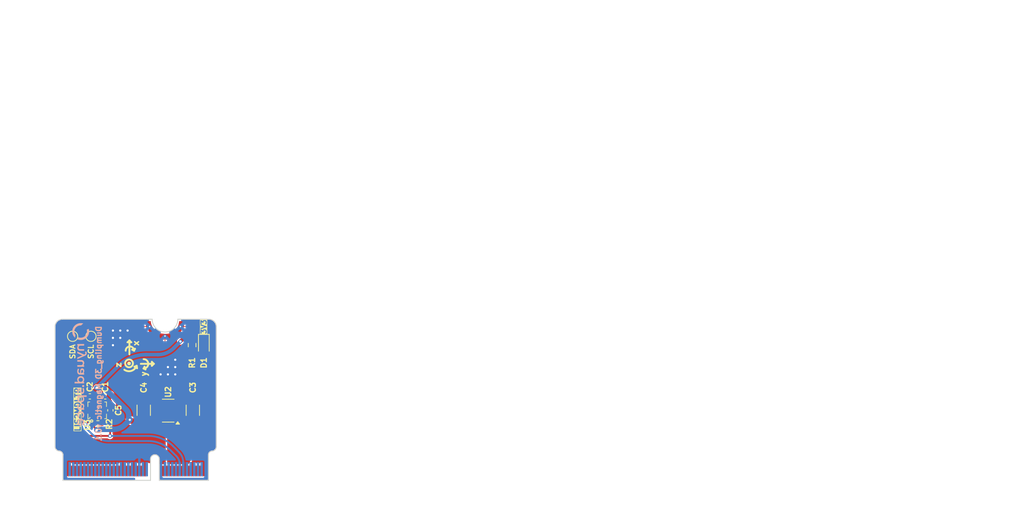
<source format=kicad_pcb>
(kicad_pcb (version 20241229) (generator "pcbnew") (generator_version "9.0")
  (layers (0 "F.Cu" signal "Top") (2 "B.Cu" signal "Bottom") (13 "F.Paste" user) (15 "B.Paste" user) (5 "F.SilkS" user "F.Silkscreen") (7 "B.SilkS" user "B.Silkscreen") (1 "F.Mask" user) (3 "B.Mask" user) (25 "Edge.Cuts" user))
  (net 0 "")
  (net 1 "+3V3")
  (net 2 "GND")
  (net 3 "VIN")
  (net 4 "Net-(U3-C1)")
  (net 5 "Net-(D1-A)")
  (net 6 "/G7")
  (net 7 "/SDIO_DATA3-~{SPI_CS1}")
  (net 8 "/G5")
  (net 9 "/G8")
  (net 10 "/G9-CAM_HSYNC")
  (net 11 "/I2C_~{INT}")
  (net 12 "/AUD_LRCLK")
  (net 13 "/G4")
  (net 14 "/G10-CAM_VSYNC")
  (net 15 "+5V")
  (net 16 "/G6")
  (net 17 "/G11-SWO")
  (net 18 "/G3")
  (net 19 "/AUD_OUT-CAM_MCLK")
  (net 20 "/UART_CTS1")
  (net 21 "/SWDCK")
  (net 22 "/USB_D-")
  (net 23 "LIS2MDLTR_INT")
  (net 24 "LIS2MDLTR_CS")
  (net 25 "/SPI_CIPO-LED_CLK")
  (net 26 "/SPI_SCK")
  (net 27 "/3.3V_EN")
  (net 28 "/SWDIO")
  (net 29 "LIS2MDLTR_SCL")
  (net 30 "/BATT_VIN")
  (net 31 "/I2C_SCL1")
  (net 32 "/PWM1")
  (net 33 "/UART_RX2")
  (net 34 "/G0")
  (net 35 "/A0")
  (net 36 "/CAN-TX")
  (net 37 "/AUD_BCLK")
  (net 38 "/~{SPI_CS}")
  (net 39 "/USBHOST_D-")
  (net 40 "LIS2MDLTR_SDA")
  (net 41 "/D1-CAM_TRIG")
  (net 42 "/RTC_3V_BATT")
  (net 43 "LIS2MDLTR_RX")
  (net 44 "LIS2MDLTR_pwr_cyc")
  (net 45 "/I2C_SDA1")
  (net 46 "LIS2MDLTR_SCK")
  (net 47 "/UART_TX2")
  (net 48 "/A1")
  (net 49 "LIS2MDLTR_MOSI")
  (net 50 "LIS2MDLTR_TX")
  (net 51 "/UART_RTS1")
  (net 52 "/AUD_IN-CAM_PCLK")
  (net 53 "/D0")
  (net 54 "/PWM0")
  (net 55 "/USB_D+")
  (net 56 "/SPI_COPI-LED_DAT")
  (net 57 "LIS2MDLTR_MISO")
  (net 58 "/CAN-RX")
  (net 59 "/SDIO_DATA2")
  (net 60 "/AUD_MCLK")
  (net 61 "/V_USB")
  (net 62 "/USBHOST_D+")
  (net 63 "Net-(U3-CS)")
  (footprint "SparkFun_MicroMod_ESP32:M.2-CARD-E-22" (layer "F.Cu") (at 148.5011 114.365617)
    (property "Reference" "J1" (hide yes))
    (property "Value" "MICROMOD-2222" (hide yes))
    (fp_line (start 1.9 -21) (end 1 -21) (stroke (width 0.1016)) (layer "F.Cu"))
    (fp_line (start 1.9 -21) (end 1.9 -19.9) (stroke (width 0.1016)) (layer "F.Cu"))
    (fp_line (start 4 -19.7) (end 4 -19) (stroke (width 0.1016)) (layer "F.Cu"))
    (fp_line (start 6.1 -21) (end 6.1 -19.9) (stroke (width 0.1016)) (layer "F.Cu"))
    (fp_line (start 6.1 -21) (end 7 -21) (stroke (width 0.1016)) (layer "F.Cu"))
    (fp_poly (pts (xy 1.25 -21.75) (xy 2.05 -21.75) (xy 2.08842 -21.461827) (xy 2.171447 -21.183213) (xy 2.297037 -20.921017) (xy 2.462097 -20.681696) (xy 2.662563 -20.471142) (xy 2.893499 -20.29454) (xy 3.149218 -20.156239) (xy 3.423424 -20.059644) (xy 4 -20) (xy 4.290635 -20.007133) (xy 4.576576 -20.059644) (xy 4.850782 -20.156239) (xy 5.106501 -20.29454) (xy 5.337437 -20.471142) (xy 5.537903 -20.681696) (xy 5.702963 -20.921017) (xy 5.828553 -21.183213) (xy 5.95 -21.75) (xy 6.75 -21.75) (xy 6.686952 -21.386065) (xy 6.576451 -21.033626) (xy 6.420427 -20.698842) (xy 6.221608 -20.387564) (xy 5.983467 -20.10523) (xy 5.710166 -19.856774) (xy 5.40648 -19.646539) (xy 5.077718 -19.478197) (xy 4.729623 -19.354691) (xy 4.368279 -19.27818) (xy 4 -19.25) (xy 3.630811 -19.275627) (xy 3.268334 -19.35024) (xy 2.919037 -19.472506) (xy 2.589157 -19.640244) (xy 2.284581 -19.85046) (xy 2.010746 -20.099401) (xy 1.77254 -20.382623) (xy 1.574215 -20.695072) (xy 1.419311 -21.031169)) (fill yes) (layer "F.Cu"))
    (pad "1" smd rect (at 9.25 -1.275 180) (size 0.35 1.45) (layers "F.Cu" "F.Mask") (net 2 "GND"))
    (pad "2" smd rect (at 9 -1.525) (size 0.35 1.95) (layers "B.Cu" "B.Mask") (net 1 "+3V3"))
    (pad "3" smd rect (at 8.75 -1.275 180) (size 0.35 1.45) (layers "F.Cu" "F.Mask") (net 55 "/USB_D+"))
    (pad "4" smd rect (at 8.5 -1.525) (size 0.35 1.95) (layers "B.Cu" "B.Mask") (net 27 "/3.3V_EN"))
    (pad "5" smd rect (at 8.25 -1.275 180) (size 0.35 1.45) (layers "F.Cu" "F.Mask") (net 22 "/USB_D-"))
    (pad "6" smd rect (at 8 -1.525) (size 0.35 1.95) (layers "B.Cu" "B.Mask") (net 15 "+5V"))
    (pad "7" smd rect (at 7.75 -1.275 180) (size 0.35 1.45) (layers "F.Cu" "F.Mask") (net 2 "GND"))
    (pad "8" smd rect (at 7.5 -1.525) (size 0.35 1.95) (layers "B.Cu" "B.Mask") (net 17 "/G11-SWO"))
    (pad "9" smd rect (at 7.25 -1.275 180) (size 0.35 1.45) (layers "F.Cu" "F.Mask") (net 61 "/V_USB"))
    (pad "10" smd rect (at 7 -1.525) (size 0.35 1.95) (layers "B.Cu" "B.Mask") (net 53 "/D0"))
    (pad "11" smd rect (at 6.75 -1.275 180) (size 0.35 1.45) (layers "F.Cu" "F.Mask") (net 3 "VIN"))
    (pad "12" smd rect (at 6.5 -1.525) (size 0.35 1.95) (layers "B.Cu" "B.Mask") (net 40 "LIS2MDLTR_SDA"))
    (pad "13" smd rect (at 6.25 -1.275 180) (size 0.35 1.45) (layers "F.Cu" "F.Mask") (net 51 "/UART_RTS1"))
    (pad "14" smd rect (at 6 -1.525) (size 0.35 1.95) (layers "B.Cu" "B.Mask") (net 29 "LIS2MDLTR_SCL"))
    (pad "15" smd rect (at 5.75 -1.275 180) (size 0.35 1.45) (layers "F.Cu" "F.Mask") (net 20 "/UART_CTS1"))
    (pad "16" smd rect (at 5.5 -1.525) (size 0.35 1.95) (layers "B.Cu" "B.Mask") (net 11 "/I2C_~{INT}"))
    (pad "17" smd rect (at 5.25 -1.275 180) (size 0.35 1.45) (layers "F.Cu" "F.Mask") (net 50 "LIS2MDLTR_TX"))
    (pad "18" smd rect (at 5 -1.525) (size 0.35 1.95) (layers "B.Cu" "B.Mask") (net 41 "/D1-CAM_TRIG"))
    (pad "19" smd rect (at 4.75 -1.275 180) (size 0.35 1.45) (layers "F.Cu" "F.Mask") (net 43 "LIS2MDLTR_RX"))
    (pad "20" smd rect (at 4.5 -1.525) (size 0.35 1.95) (layers "B.Cu" "B.Mask") (net 33 "/UART_RX2"))
    (pad "21" smd rect (at 4.25 -1.275 180) (size 0.35 1.45) (layers "F.Cu" "F.Mask") (net 21 "/SWDCK"))
    (pad "22" smd rect (at 4 -1.525) (size 0.35 1.95) (layers "B.Cu" "B.Mask") (net 47 "/UART_TX2"))
    (pad "23" smd rect (at 3.75 -1.275 180) (size 0.35 1.45) (layers "F.Cu" "F.Mask") (net 28 "/SWDIO"))
    (pad "32" smd rect (at 1.5 -1.525) (size 0.35 1.95) (layers "B.Cu" "B.Mask") (net 54 "/PWM0"))
    (pad "33" smd rect (at 1.25 -1.275 180) (size 0.35 1.45) (layers "F.Cu" "F.Mask") (net 2 "GND"))
    (pad "34" smd rect (at 1 -1.525) (size 0.35 1.95) (layers "B.Cu" "B.Mask") (net 35 "/A0"))
    (pad "35" smd rect (at 0.75 -1.275 180) (size 0.35 1.45) (layers "F.Cu" "F.Mask") (net 62 "/USBHOST_D+"))
    (pad "36" smd rect (at 0.5 -1.525) (size 0.35 1.95) (layers "B.Cu" "B.Mask") (net 2 "GND"))
    (pad "37" smd rect (at 0.25 -1.275 180) (size 0.35 1.45) (layers "F.Cu" "F.Mask") (net 39 "/USBHOST_D-"))
    (pad "38" smd rect (at 0 -1.525) (size 0.35 1.95) (layers "B.Cu" "B.Mask") (net 48 "/A1"))
    (pad "39" smd rect (at -0.25 -1.275 180) (size 0.35 1.45) (layers "F.Cu" "F.Mask") (net 2 "GND"))
    (pad "40" smd rect (at -0.5 -1.525) (size 0.35 1.95) (layers "B.Cu" "B.Mask") (net 34 "/G0"))
    (pad "41" smd rect (at -0.75 -1.275 180) (size 0.35 1.45) (layers "F.Cu" "F.Mask") (net 58 "/CAN-RX"))
    (pad "42" smd rect (at -1 -1.525) (size 0.35 1.95) (layers "B.Cu" "B.Mask") (net 44 "LIS2MDLTR_pwr_cyc"))
    (pad "43" smd rect (at -1.25 -1.275 180) (size 0.35 1.45) (layers "F.Cu" "F.Mask") (net 36 "/CAN-TX"))
    (pad "44" smd rect (at -1.5 -1.525) (size 0.35 1.95) (layers "B.Cu" "B.Mask") (net 23 "LIS2MDLTR_INT"))
    (pad "45" smd rect (at -1.75 -1.275 180) (size 0.35 1.45) (layers "F.Cu" "F.Mask") (net 2 "GND"))
    (pad "46" smd rect (at -2 -1.525) (size 0.35 1.95) (layers "B.Cu" "B.Mask") (net 18 "/G3"))
    (pad "47" smd rect (at -2.25 -1.275 180) (size 0.35 1.45) (layers "F.Cu" "F.Mask") (net 32 "/PWM1"))
    (pad "48" smd rect (at -2.5 -1.525) (size 0.35 1.95) (layers "B.Cu" "B.Mask") (net 13 "/G4"))
    (pad "49" smd rect (at -2.75 -1.275 180) (size 0.35 1.45) (layers "F.Cu" "F.Mask") (net 30 "/BATT_VIN"))
    (pad "50" smd rect (at -3 -1.525) (size 0.35 1.95) (layers "B.Cu" "B.Mask") (net 37 "/AUD_BCLK"))
    (pad "51" smd rect (at -3.25 -1.275 180) (size 0.35 1.45) (layers "F.Cu" "F.Mask") (net 45 "/I2C_SDA1"))
    (pad "52" smd rect (at -3.5 -1.525) (size 0.35 1.95) (layers "B.Cu" "B.Mask") (net 12 "/AUD_LRCLK"))
    (pad "53" smd rect (at -3.75 -1.275 180) (size 0.35 1.45) (layers "F.Cu" "F.Mask") (net 31 "/I2C_SCL1"))
    (pad "54" smd rect (at -4 -1.525) (size 0.35 1.95) (layers "B.Cu" "B.Mask") (net 52 "/AUD_IN-CAM_PCLK"))
    (pad "55" smd rect (at -4.25 -1.275 180) (size 0.35 1.45) (layers "F.Cu" "F.Mask") (net 38 "/~{SPI_CS}"))
    (pad "56" smd rect (at -4.5 -1.525) (size 0.35 1.95) (layers "B.Cu" "B.Mask") (net 19 "/AUD_OUT-CAM_MCLK"))
    (pad "57" smd rect (at -4.75 -1.275 180) (size 0.35 1.45) (layers "F.Cu" "F.Mask") (net 26 "/SPI_SCK"))
    (pad "58" smd rect (at -5 -1.525) (size 0.35 1.95) (layers "B.Cu" "B.Mask") (net 60 "/AUD_MCLK"))
    (pad "59" smd rect (at -5.25 -1.275 180) (size 0.35 1.45) (layers "F.Cu" "F.Mask") (net 56 "/SPI_COPI-LED_DAT"))
    (pad "60" smd rect (at -5.5 -1.525) (size 0.35 1.95) (layers "B.Cu" "B.Mask") (net 49 "LIS2MDLTR_MOSI"))
    (pad "61" smd rect (at -5.75 -1.275 180) (size 0.35 1.45) (layers "F.Cu" "F.Mask") (net 25 "/SPI_CIPO-LED_CLK"))
    (pad "62" smd rect (at -6 -1.525) (size 0.35 1.95) (layers "B.Cu" "B.Mask") (net 57 "LIS2MDLTR_MISO"))
    (pad "63" smd rect (at -6.25 -1.275 180) (size 0.35 1.45) (layers "F.Cu" "F.Mask") (net 14 "/G10-CAM_VSYNC"))
    (pad "64" smd rect (at -6.5 -1.525) (size 0.35 1.95) (layers "B.Cu" "B.Mask") (net 46 "LIS2MDLTR_SCK"))
    (pad "65" smd rect (at -6.75 -1.275 180) (size 0.35 1.45) (layers "F.Cu" "F.Mask") (net 10 "/G9-CAM_HSYNC"))
    (pad "66" smd rect (at -7 -1.525) (size 0.35 1.95) (layers "B.Cu" "B.Mask") (net 24 "LIS2MDLTR_CS"))
    (pad "67" smd rect (at -7.25 -1.275 180) (size 0.35 1.45) (layers "F.Cu" "F.Mask") (net 9 "/G8"))
    (pad "68" smd rect (at -7.5 -1.525) (size 0.35 1.95) (layers "B.Cu" "B.Mask") (net 59 "/SDIO_DATA2"))
    (pad "69" smd rect (at -7.75 -1.275 180) (size 0.35 1.45) (layers "F.Cu" "F.Mask") (net 6 "/G7"))
    (pad "70" smd rect (at -8 -1.525) (size 0.35 1.95) (layers "B.Cu" "B.Mask") (net 7 "/SDIO_DATA3-~{SPI_CS1}"))
    (pad "71" smd rect (at -8.25 -1.275 180) (size 0.35 1.45) (layers "F.Cu" "F.Mask") (net 16 "/G6"))
    (pad "72" smd rect (at -8.5 -1.525) (size 0.35 1.95) (layers "B.Cu" "B.Mask") (net 42 "/RTC_3V_BATT"))
    (pad "73" smd rect (at -8.75 -1.275 180) (size 0.35 1.45) (layers "F.Cu" "F.Mask") (net 8 "/G5"))
    (pad "74" smd rect (at -9 -1.525) (size 0.35 1.95) (layers "B.Cu" "B.Mask") (net 1 "+3V3"))
    (pad "75" smd rect (at -9.25 -1.275 180) (size 0.35 1.45) (layers "F.Cu" "F.Mask") (net 2 "GND"))
    (pad "GND1" thru_hole circle (at 1.9 -21) (size 0.454 0.454) (drill 0.2) (layers "*.Cu" "*.Mask") (net 2 "GND"))
    (pad "GND2" thru_hole circle (at 4 -19.7) (size 0.454 0.454) (drill 0.2) (layers "*.Cu" "*.Mask") (net 2 "GND"))
    (pad "GND3" thru_hole circle (at 6.1 -21) (size 0.454 0.454) (drill 0.2) (layers "*.Cu" "*.Mask") (net 2 "GND"))
  )
  (footprint "SparkFun_MicroMod_ESP32:ORDERING_INSTRUCTIONS" (layer "F.Cu") (at 167.9811 62.1)
    (property "Reference" "LOGO1" (hide yes))
    (property "Value" "SPECIAL_INSTRUCTIONS-ORDERING")
  )
  (footprint "SparkFun_MicroMod_ESP32:CREATIVE_COMMONS" (layer "F.Cu") (at 184.4 63.75)
    (property "Reference" "FRAME1" (hide yes))
    (property "Value" "FRAME-LEDGER" (hide yes))
  )
  (footprint "Resistor_SMD:R_0603_1608Metric" (layer "F.Cu") (at 156.2 95.9 -90)
    (property "Reference" "R1" (at 2.425 0 270) (layer "F.SilkS") (effects (font (size 0.75 0.75) (thickness 0.175) (bold yes))))
    (property "Value" "10k")
    (pad "1" smd roundrect (at -0.825 0 270) (size 0.8 0.95) (layers "F.Cu" "F.Mask" "F.Paste") (net 1 "+3V3"))
    (pad "2" smd roundrect (at 0.825 0 270) (size 0.8 0.95) (layers "F.Cu" "F.Mask" "F.Paste") (net 5 "Net-(D1-A)"))
  )
  (footprint "Capacitor_SMD:C_0402_1005Metric" (layer "F.Cu") (at 145.050064 104.804093 90)
    (property "Reference" "C5" (at 0 1.1 90) (layer "F.SilkS") (effects (font (size 0.75 0.75) (thickness 0.175) (bold yes))))
    (property "Value" "0.22u")
    (pad "1" smd roundrect (at -0.48 0 90) (size 0.56 0.62) (layers "F.Cu" "F.Mask" "F.Paste") (net 4 "Net-(U3-C1)"))
    (pad "2" smd roundrect (at 0.48 0 90) (size 0.56 0.62) (layers "F.Cu" "F.Mask" "F.Paste") (net 2 "GND"))
  )
  (footprint "LED_SMD:LED_0603_1608Metric" (layer "F.Cu") (at 157.8 95.925 -90)
    (property "Reference" "D1" (at 2.4 0 90) (layer "F.SilkS") (effects (font (size 0.75 0.75) (thickness 0.175) (bold yes))))
    (property "Value" "LED")
    (pad "1" smd roundrect (at -0.7875 0 270) (size 0.875 0.95) (layers "F.Cu" "F.Mask" "F.Paste") (net 2 "GND"))
    (pad "2" smd roundrect (at 0.7875 0 270) (size 0.875 0.95) (layers "F.Cu" "F.Mask" "F.Paste") (net 5 "Net-(D1-A)"))
  )
  (footprint "Resistor_SMD:R_0402_1005Metric" (layer "F.Cu") (at 143.350064 106.604093)
    (property "Reference" "R2" (at 1.549936 0.095907 90) (layer "F.SilkS") (effects (font (size 0.75 0.75) (thickness 0.175) (bold yes))))
    (property "Value" "10k")
    (pad "1" smd roundrect (at -0.51 0) (size 0.54 0.64) (layers "F.Cu" "F.Mask" "F.Paste") (net 1 "+3V3"))
    (pad "2" smd roundrect (at 0.51 0) (size 0.54 0.64) (layers "F.Cu" "F.Mask" "F.Paste") (net 63 "Net-(U3-CS)"))
  )
  (footprint "TestPoint:TestPoint_Pad_D1.0mm" (layer "F.Cu") (at 139.9 94.7)
    (property "Reference" "SDA" (at 0 2.1 90) (layer "F.SilkS") (effects (font (size 0.7 0.7))))
    (property "Value" "I2C")
    (pad "1" smd circle (at 0 0) (size 1 1) (layers "F.Cu" "F.Mask") (net 40 "LIS2MDLTR_SDA"))
  )
  (footprint "Package_TO_SOT_SMD:SOT-23-5" (layer "F.Cu") (at 152.9375 104.85 180)
    (property "Reference" "U2" (at 0 2.55 90) (layer "F.SilkS") (effects (font (size 0.75 0.75) (thickness 0.175) (bold yes))))
    (property "Value" "AP2112K-3.3")
    (pad "1" smd roundrect (at -1.1375 -0.95 180) (size 1.325 0.6) (layers "F.Cu" "F.Mask" "F.Paste") (net 3 "VIN"))
    (pad "2" smd roundrect (at -1.1375 0 180) (size 1.325 0.6) (layers "F.Cu" "F.Mask" "F.Paste") (net 2 "GND"))
    (pad "3" smd roundrect (at -1.1375 0.95 180) (size 1.325 0.6) (layers "F.Cu" "F.Mask" "F.Paste") (net 3 "VIN"))
    (pad "4" smd roundrect (at 1.1375 0.95 180) (size 1.325 0.6) (layers "F.Cu" "F.Mask" "F.Paste"))
    (pad "5" smd roundrect (at 1.1375 -0.95 180) (size 1.325 0.6) (layers "F.Cu" "F.Mask" "F.Paste") (net 1 "+3V3"))
  )
  (footprint "Capacitor_SMD:C_0402_1005Metric" (layer "F.Cu") (at 142.250064 102.904093 180)
    (property "Reference" "C2" (at 0 1.3 90) (layer "F.SilkS") (effects (font (size 0.7 0.7) (thickness 0.175) (bold yes))))
    (property "Value" "100n")
    (pad "1" smd roundrect (at -0.48 0 180) (size 0.56 0.62) (layers "F.Cu" "F.Mask" "F.Paste") (net 1 "+3V3"))
    (pad "2" smd roundrect (at 0.48 0 180) (size 0.56 0.62) (layers "F.Cu" "F.Mask" "F.Paste") (net 2 "GND"))
  )
  (footprint "Capacitor_SMD:C_1206_3216Metric" (layer "F.Cu") (at 156.3 104.8 90)
    (property "Reference" "C3" (at 3.1 0 90) (layer "F.SilkS") (effects (font (size 0.75 0.75) (thickness 0.175) (bold yes))))
    (property "Value" "10u")
    (pad "1" smd roundrect (at -1.475 0 90) (size 1.15 1.8) (layers "F.Cu" "F.Mask" "F.Paste") (roundrect_rratio 0.217391) (net 3 "VIN"))
    (pad "2" smd roundrect (at 1.475 0 90) (size 1.15 1.8) (layers "F.Cu" "F.Mask" "F.Paste") (roundrect_rratio 0.217391) (net 2 "GND"))
  )
  (footprint "TestPoint:TestPoint_Pad_D1.0mm" (layer "F.Cu") (at 142.4 94.7)
    (property "Reference" "SCL" (at 0 2.1 90) (layer "F.SilkS") (effects (font (size 0.7 0.7))))
    (property "Value" "I2C")
    (pad "1" smd circle (at 0 0) (size 1 1) (layers "F.Cu" "F.Mask") (net 29 "LIS2MDLTR_SCL"))
  )
  (footprint "Capacitor_SMD:C_0402_1005Metric" (layer "F.Cu") (at 144.350064 102.904093)
    (property "Reference" "C1" (at 0 -1.3 90) (layer "F.SilkS") (effects (font (size 0.75 0.75) (thickness 0.175) (bold yes))))
    (property "Value" "100n")
    (pad "1" smd roundrect (at -0.48 0) (size 0.56 0.62) (layers "F.Cu" "F.Mask" "F.Paste") (net 1 "+3V3"))
    (pad "2" smd roundrect (at 0.48 0) (size 0.56 0.62) (layers "F.Cu" "F.Mask" "F.Paste") (net 2 "GND"))
  )
  (footprint "LIS2MDLTR:LGA-12_L2.0-W2.0-P0.50-BL" (layer "F.Cu") (at 143.250064 104.804093)
    (property "Reference" "U3" (at -1.350064 1.995907 90) (layer "F.SilkS") (effects (font (size 0.75 0.75) (thickness 0.175) (bold yes))))
    (property "Value" "LIS2MDLTR")
    (pad "1" smd rect (at -0.750064 0.875032) (size 0.28001 0.5) (layers "F.Cu" "F.Mask" "F.Paste") (net 29 "LIS2MDLTR_SCL"))
    (pad "2" smd rect (at -0.249936 0.875032) (size 0.28001 0.5) (layers "F.Cu" "F.Mask" "F.Paste"))
    (pad "3" smd rect (at 0.249936 0.875032) (size 0.28001 0.5) (layers "F.Cu" "F.Mask" "F.Paste") (net 63 "Net-(U3-CS)"))
    (pad "4" smd rect (at 0.750064 0.875032) (size 0.28001 0.5) (layers "F.Cu" "F.Mask" "F.Paste") (net 40 "LIS2MDLTR_SDA"))
    (pad "5" smd rect (at 0.875032 0.249936) (size 0.5 0.28001) (layers "F.Cu" "F.Mask" "F.Paste") (net 4 "Net-(U3-C1)"))
    (pad "6" smd rect (at 0.875032 -0.249936) (size 0.5 0.28001) (layers "F.Cu" "F.Mask" "F.Paste") (net 2 "GND"))
    (pad "7" smd rect (at 0.750064 -0.875032) (size 0.28001 0.5) (layers "F.Cu" "F.Mask" "F.Paste") (net 23 "LIS2MDLTR_INT"))
    (pad "8" smd rect (at 0.249936 -0.875032) (size 0.28001 0.5) (layers "F.Cu" "F.Mask" "F.Paste") (net 2 "GND"))
    (pad "9" smd rect (at -0.249936 -0.875032) (size 0.28001 0.5) (layers "F.Cu" "F.Mask" "F.Paste") (net 1 "+3V3"))
    (pad "10" smd rect (at -0.750064 -0.875032) (size 0.28001 0.5) (layers "F.Cu" "F.Mask" "F.Paste") (net 1 "+3V3"))
    (pad "11" smd rect (at -0.875032 -0.249936) (size 0.5 0.28001) (layers "F.Cu" "F.Mask" "F.Paste"))
    (pad "12" smd rect (at -0.875032 0.249936) (size 0.5 0.28001) (layers "F.Cu" "F.Mask" "F.Paste"))
  )
  (footprint "Capacitor_SMD:C_1206_3216Metric" (layer "F.Cu") (at 149.6 104.8 90)
    (property "Reference" "C4" (at 3.1 0 90) (layer "F.SilkS") (effects (font (size 0.75 0.75) (thickness 0.175) (bold yes))))
    (property "Value" "10u")
    (pad "1" smd roundrect (at -1.475 0 90) (size 1.15 1.8) (layers "F.Cu" "F.Mask" "F.Paste") (roundrect_rratio 0.217391) (net 1 "+3V3"))
    (pad "2" smd roundrect (at 1.475 0 90) (size 1.15 1.8) (layers "F.Cu" "F.Mask" "F.Paste") (roundrect_rratio 0.217391) (net 2 "GND"))
  )
  (footprint "LOGO" (layer "B.Cu") (at 141 99.9 -90)
    (property "Reference" "G***" (hide yes))
    (property "Value" "LOGO" (hide yes))
  )
  (gr_line (start 149.7112 98.863625) (end 149.8382 99.219225) (stroke (width 0.254)) (layer "F.SilkS"))
  (gr_circle (center 147.6 98.4) (end 147.6 98.527) (stroke (width 0.254)) (fill no) (layer "F.SilkS"))
  (gr_line (start 150.9812 98.457225) (end 150.7272 98.711225) (stroke (width 0.254)) (layer "F.SilkS"))
  (gr_line (start 148.282625 96.6601) (end 148.028625 96.5331) (stroke (width 0.254)) (layer "F.SilkS"))
  (gr_arc (start 148.5652 98.854025) (mid 147.853504 99.433281) (end 146.952299 99.260426) (stroke (width 0.254)) (layer "F.SilkS"))
  (gr_line (start 148.409625 96.4061) (end 148.028625 96.5331) (stroke (width 0.254)) (layer "F.SilkS"))
  (gr_line (start 150.9812 98.457225) (end 150.7272 98.203225) (stroke (width 0.254)) (layer "F.SilkS"))
  (gr_line (start 148.3366 98.85085) (end 148.6922 99.057225) (stroke (width 0.254)) (layer "F.SilkS"))
  (gr_line (start 148.282625 96.6601) (end 148.409625 96.4061) (stroke (width 0.254)) (layer "F.SilkS"))
  (gr_line (start 147.647625 95.2631) (end 147.901625 95.5171) (stroke (width 0.254)) (layer "F.SilkS"))
  (gr_line (start 147.647625 95.2631) (end 147.647625 97.1681) (stroke (width 0.254)) (layer "F.SilkS"))
  (gr_arc (start 147.139625 96.6601) (mid 147.711125 96.088616) (end 148.282625 96.6601) (stroke (width 0.254)) (layer "F.SilkS"))
  (gr_line (start 148.644575 98.72385) (end 148.3366 98.85085) (stroke (width 0.254)) (layer "F.SilkS"))
  (gr_line (start 147.901625 95.5171) (end 147.393625 95.5171) (stroke (width 0.254)) (layer "F.SilkS"))
  (gr_circle (center 147.6 98.4) (end 147.6 98.9334) (stroke (width 0.254)) (fill no) (layer "F.SilkS"))
  (gr_line (start 148.644575 98.72385) (end 148.6922 99.057225) (stroke (width 0.254)) (layer "F.SilkS"))
  (gr_arc (start 149.5842 97.822225) (mid 150.2192 98.457225) (end 149.5842 99.092225) (stroke (width 0.254)) (layer "F.SilkS"))
  (gr_line (start 149.5842 99.092225) (end 149.8382 99.219225) (stroke (width 0.254)) (layer "F.SilkS"))
  (gr_line (start 149.5842 99.092225) (end 149.7112 98.863625) (stroke (width 0.254)) (layer "F.SilkS"))
  (gr_line (start 147.647625 95.2631) (end 147.393625 95.5171) (stroke (width 0.254)) (layer "F.SilkS"))
  (gr_line (start 150.9812 98.457225) (end 149.2032 98.457225) (stroke (width 0.254)) (layer "F.SilkS"))
  (gr_line (start 150.7018 98.177825) (end 150.7018 98.736625) (stroke (width 0.254)) (layer "F.SilkS"))
  (gr_line (start 158.4261 114.365617) (end 151.7261 114.365617) (stroke (width 0.127)) (layer "Edge.Cuts"))
  (gr_line (start 150.5261 111.465617) (end 150.5261 114.365617) (stroke (width 0.127)) (layer "Edge.Cuts"))
  (gr_line (start 138.5761 114.365617) (end 138.5761 110.865617) (stroke (width 0.127)) (layer "Edge.Cuts"))
  (gr_arc (start 138.1011 110.365617) (mid 138.434341 110.524663) (end 138.5761 110.865618) (stroke (width 0.127)) (layer "Edge.Cuts"))
  (gr_arc (start 137.5011 93.365617) (mid 137.8011 92.665618) (end 138.501099 92.365618) (stroke (width 0.127)) (layer "Edge.Cuts"))
  (gr_arc (start 159.501099 109.765618) (mid 159.320461 110.184979) (end 158.9011 110.365617) (stroke (width 0.127)) (layer "Edge.Cuts"))
  (gr_line (start 137.5011 93.365617) (end 137.5011 109.765617) (stroke (width 0.127)) (layer "Edge.Cuts"))
  (gr_line (start 159.5011 93.365617) (end 159.5011 109.765617) (stroke (width 0.127)) (layer "Edge.Cuts"))
  (gr_arc (start 154.2511 92.365617) (mid 152.5011 94.115617) (end 150.7511 92.365617) (stroke (width 0.127)) (layer "Edge.Cuts"))
  (gr_arc (start 158.4261 110.865617) (mid 158.566444 110.523319) (end 158.9011 110.365617) (stroke (width 0.127)) (layer "Edge.Cuts"))
  (gr_arc (start 150.5261 111.465617) (mid 151.1261 110.865617) (end 151.7261 111.465617) (stroke (width 0.127)) (layer "Edge.Cuts"))
  (gr_line (start 158.4261 110.865617) (end 158.4261 114.365617) (stroke (width 0.127)) (layer "Edge.Cuts"))
  (gr_line (start 150.7511 92.365617) (end 138.5011 92.365617) (stroke (width 0.127)) (layer "Edge.Cuts"))
  (gr_line (start 151.7261 111.465617) (end 151.7261 114.365617) (stroke (width 0.127)) (layer "Edge.Cuts"))
  (gr_arc (start 138.101098 110.365617) (mid 137.681737 110.184978) (end 137.5011 109.765617) (stroke (width 0.127)) (layer "Edge.Cuts"))
  (gr_line (start 158.5011 92.365617) (end 154.2511 92.365617) (stroke (width 0.127)) (layer "Edge.Cuts"))
  (gr_arc (start 158.5011 92.365617) (mid 159.2011 92.665617) (end 159.5011 93.365617) (stroke (width 0.127)) (layer "Edge.Cuts"))
  (gr_line (start 138.5761 114.365617) (end 150.5261 114.365617) (stroke (width 0.127)) (layer "Edge.Cuts"))
  (gr_text "y" (at 150.0922 100.257225 90) (layer "F.SilkS") (effects (font (size 0.8 0.8) (thickness 0.1905)) (justify left bottom)))
  (gr_text "LIS2MDLTR" (at 140.6 104.7 90) (layer "F.SilkS" knockout) (effects (font (size 0.75 0.75) (thickness 0.175) (bold yes))))
  (gr_text "z" (at 146.5922 99.057225 90) (layer "F.SilkS") (effects (font (size 0.8 0.8) (thickness 0.1905)) (justify left bottom)))
  (gr_text "x" (at 149 96.1 90) (layer "F.SilkS") (effects (font (size 0.8 0.8) (thickness 0.1905)) (justify left bottom)))
  (gr_text "3V3" (at 157.8 93.4 90) (layer "F.SilkS" knockout) (effects (font (size 0.7 0.7) (thickness 0.15) (bold yes))))
  (gr_text "Dumpling_3D Magnetic v0.1" (at 143.9 93.2 90) (layer "B.SilkS") (effects (font (size 0.75 0.75) (thickness 0.175) (bold yes)) (justify left bottom mirror)))
  (segment (start 143.2 101.7) (end 143.681256 102.181256) (width 0.5) (layer "F.Cu") (net 1))
  (segment (start 143.632972 102.904093) (end 143.670038 102.904093) (width 0.3) (layer "F.Cu") (net 1))
  (segment (start 143.008995 103.676408) (end 143.008995 103.586841) (width 0.3) (layer "F.Cu") (net 1))
  (segment (start 142.450064 103.879125) (end 142.5 103.929061) (width 0.2) (layer "F.Cu") (net 1))
  (segment (start 143.569697 102.930302) (end 143.076761 103.423238) (width 0.3) (layer "F.Cu") (net 1))
  (segment (start 143.870064 102.637078) (end 143.870064 102.904093) (width 0.5) (layer "F.Cu") (net 1))
  (segment (start 142.702548 103.099869) (end 142.675032 103.127385) (width 0.3) (layer "F.Cu") (net 1))
  (segment (start 154.7375 95.2625) (end 154.6 95.4) (width 0.5) (layer "F.Cu") (net 1))
  (segment (start 155.069454 95.125) (end 156.2 95.125) (width 0.5) (layer "F.Cu") (net 1))
  (segment (start 147.998743 106.275) (end 149.6 106.275) (width 0.75) (layer "F.Cu") (net 1))
  (segment (start 143.2 107.5) (end 143.020032 107.320032) (width 0.25) (layer "F.Cu") (net 1))
  (segment (start 142.840064 106.88555) (end 142.840064 106.604093) (width 0.25) (layer "F.Cu") (net 1))
  (segment (start 150.989124 106.275) (end 149.6 106.275) (width 0.75) (layer "F.Cu") (net 1))
  (segment (start 143.2 101.75) (end 143.2 101.7) (width 0.5) (layer "F.Cu") (net 1))
  (segment (start 142.730064 103.033439) (end 142.730064 102.925351) (width 0.3) (layer "F.Cu") (net 1))
  (segment (start 151.5625 106.0375) (end 151.8 105.8) (width 0.75) (layer "F.Cu") (net 1))
  (segment (start 142.5 103.549949) (end 142.5 103.829189) (width 0.3) (layer "F.Cu") (net 1))
  (segment (start 142.7 102.85277) (end 142.7 102.587014) (width 0.5) (layer "F.Cu") (net 1))
  (segment (start 142.751322 102.904093) (end 142.850064 102.904093) (width 0.3) (layer "F.Cu") (net 1))
  (segment (start 143.000128 103.697814) (end 143.000128 103.929061) (width 0.3) (layer "F.Cu") (net 1))
  (segment (start 143.164644 101.835355) (end 142.902949 102.09705) (width 0.5) (layer "F.Cu") (net 1))
  (segment (start 147.7 106.1) (end 147.7875 106.1875) (width 0.75) (layer "F.Cu") (net 1))
  (via (at 154.6 95.4) (size 0.5) (drill 0.3) (layers "F.Cu" "B.Cu") (net 1))
  (via (at 143.2 107.5) (size 0.5) (drill 0.3) (layers "F.Cu" "B.Cu") (net 1))
  (via (at 143.2 101.7) (size 0.5) (drill 0.3) (layers "F.Cu" "B.Cu") (net 1))
  (via (at 147.7 106.1) (size 0.5) (drill 0.3) (layers "F.Cu" "B.Cu") (net 1))
  (arc (start 142.7 102.85277) (mid 142.703906 102.87241) (end 142.715032 102.889061) (width 0.5) (layer "F.Cu") (net 1))
  (arc (start 142.840064 106.88555) (mid 142.886836 107.12069) (end 143.020032 107.320032) (width 0.25) (layer "F.Cu") (net 1))
  (arc (start 143.2 101.75) (mid 143.190811 101.796193) (end 143.164644 101.835355) (width 0.5) (layer "F.Cu") (net 1))
  (arc (start 142.7 102.587014) (mid 142.752744 102.321847) (end 142.902949 102.09705) (width 0.5) (layer "F.Cu") (net 1))
  (arc (start 143.076761 103.423238) (mid 143.026606 103.498299) (end 143.008995 103.586841) (width 0.3) (layer "F.Cu") (net 1))
  (arc (start 154.7375 95.2625) (mid 154.889801 95.160735) (end 155.069454 95.125) (width 0.5) (layer "F.Cu") (net 1))
  (arc (start 147.998743 106.275) (mid 147.884419 106.252259) (end 147.7875 106.1875) (width 0.75) (layer "F.Cu") (net 1))
  (arc (start 142.751322 102.904093) (mid 142.73629 102.910319) (end 142.730064 102.925351) (width 0.3) (layer "F.Cu") (net 1))
  (arc (start 151.5625 106.0375) (mid 151.299432 106.213275) (end 150.989124 106.275) (width 0.75) (layer "F.Cu") (net 1))
  (arc (start 142.730064 102.925351) (mid 142.726157 102.905711) (end 142.715032 102.889061) (width 0.3) (layer "F.Cu") (net 1))
  (arc (start 143.004561 103.687111) (mid 143.00128 103.692021) (end 143.000128 103.697814) (width 0.3) (layer "F.Cu") (net 1))
  (arc (start 143.870064 102.637078) (mid 143.820994 102.390389) (end 143.681256 102.181256) (width 0.5) (layer "F.Cu") (net 1))
  (arc (start 143.569697 102.930302) (mid 143.598728 102.910904) (end 143.632972 102.904093) (width 0.3) (layer "F.Cu") (net 1))
  (arc (start 142.675032 103.127385) (mid 142.545489 103.321259) (end 142.5 103.549949) (width 0.3) (layer "F.Cu") (net 1))
  (arc (start 143.004561 103.687111) (mid 143.007842 103.6822) (end 143.008995 103.676408) (width 0.3) (layer "F.Cu") (net 1))
  (arc (start 142.730064 103.033439) (mid 142.722912 103.06939) (end 142.702548 103.099869) (width 0.3) (layer "F.Cu") (net 1))
  (arc (start 142.751322 102.904093) (mid 142.731682 102.900186) (end 142.715032 102.889061) (width 0.5) (layer "F.Cu") (net 1))
  (segment (start 143.2 101.7) (end 143.7 101.7) (width 0.75) (layer "B.Cu") (net 1))
  (segment (start 143.37071 107.4) (end 145.480761 107.4) (width 0.75) (layer "B.Cu") (net 1))
  (segment (start 154.6 95.4) (end 153.7 96.3) (width 0.5) (layer "B.Cu") (net 1))
  (segment (start 147.65 106.1) (end 147.7 106.1) (width 0.75) (layer "B.Cu") (net 1))
  (segment (start 143.2 107.5) (end 143.25 107.45) (width 0.75) (layer "B.Cu") (net 1))
  (segment (start 147.564644 106.064644) (end 147.564644 105.564644) (width 0.75) (layer "B.Cu") (net 1))
  (segment (start 149.953963 97.2) (end 151.527207 97.2) (width 0.5) (layer "B.Cu") (net 1))
  (segment (start 146.106207 98.793792) (end 143.2 101.7) (width 0.5) (layer "B.Cu") (net 1))
  (segment (start 147.21109 104.71109) (end 144.553553 102.053553) (width 0.75) (layer "B.Cu") (net 1))
  (segment (start 147.05 106.75) (end 147.7 106.1) (width 0.75) (layer "B.Cu") (net 1))
  (arc (start 149.953963 97.2) (mid 147.871572 97.614213) (end 146.106207 98.793792) (width 0.5) (layer "B.Cu") (net 1))
  (arc (start 153.7 96.3) (mid 152.703114 96.966097) (end 151.527207 97.2) (width 0.5) (layer "B.Cu") (net 1))
  (arc (start 147.564644 106.064644) (mid 147.603805 106.090811) (end 147.65 106.1) (width 0.75) (layer "B.Cu") (net 1))
  (arc (start 144.553553 102.053553) (mid 144.161939 101.791885) (end 143.7 101.7) (width 0.75) (layer "B.Cu") (net 1))
  (arc (start 147.05 106.75) (mid 146.330027 107.23107) (end 145.480761 107.4) (width 0.75) (layer "B.Cu") (net 1))
  (arc (start 147.21109 104.71109) (mid 147.472758 105.102704) (end 147.564644 105.564644) (width 0.75) (layer "B.Cu") (net 1))
  (arc (start 143.37071 107.4) (mid 143.305382 107.412994) (end 143.25 107.45) (width 0.75) (layer "B.Cu") (net 1))
  (segment (start 145.025032 104.349125) (end 144.935032 104.439125) (width 0.3) (layer "F.Cu") (net 2))
  (segment (start 144.65732 104.554157) (end 144.125096 104.554157) (width 0.3) (layer "F.Cu") (net 2))
  (segment (start 144.125096 104.554157) (end 143.642063 104.554157) (width 0.25) (layer "F.Cu") (net 2))
  (segment (start 154.7125 104.85) (end 154.075 104.85) (width 0.75) (layer "F.Cu") (net 2))
  (segment (start 144.875032 103.029061) (end 144.750064 102.904093) (width 0.3) (layer "F.Cu") (net 2))
  (segment (start 145 103.33076) (end 145 104.238628) (width 0.3) (layer "F.Cu") (net 2))
  (segment (start 143.5 104.41204) (end 143.5 103.929061) (width 0.25) (layer "F.Cu") (net 2))
  (segment (start 155.80078 104.399219) (end 156.096706 104.103293) (width 0.75) (layer "F.Cu") (net 2))
  (segment (start 156.3 103.6125) (end 156.3 103.325) (width 0.75) (layer "F.Cu") (net 2))
  (via (at 153.9 97.9) (size 0.7) (drill 0.3) (layers "F.Cu" "B.Cu") (net 2))
  (via (at 145.4 94.915617) (size 0.7) (drill 0.3) (layers "F.Cu" "B.Cu") (net 2))
  (via (at 146.4 94.915617) (size 0.7) (drill 0.3) (layers "F.Cu" "B.Cu") (net 2))
  (via (at 153.9 98.9) (size 0.7) (drill 0.3) (layers "F.Cu" "B.Cu") (net 2))
  (via (at 147.4 93.915617) (size 0.7) (drill 0.3) (layers "F.Cu" "B.Cu") (net 2))
  (via (at 152.9 98.9) (size 0.7) (drill 0.3) (layers "F.Cu" "B.Cu") (net 2))
  (via (at 146.4 93.915617) (size 0.7) (drill 0.3) (layers "F.Cu" "B.Cu") (net 2))
  (via (at 145.4 95.915617) (size 0.7) (drill 0.3) (layers "F.Cu" "B.Cu") (net 2))
  (via (at 145.4 93.915617) (size 0.7) (drill 0.3) (layers "F.Cu" "B.Cu") (net 2))
  (via (at 151.9 99.9) (size 0.7) (drill 0.3) (layers "F.Cu" "B.Cu") (net 2))
  (via (at 152.9 99.9) (size 0.7) (drill 0.3) (layers "F.Cu" "B.Cu") (net 2))
  (via (at 153.9 99.9) (size 0.7) (drill 0.3) (layers "F.Cu" "B.Cu") (net 2))
  (arc (start 145 103.33076) (mid 144.967521 103.167481) (end 144.875032 103.029061) (width 0.3) (layer "F.Cu") (net 2))
  (arc (start 143.5 104.41204) (mid 143.510818 104.46644) (end 143.541609 104.512547) (width 0.25) (layer "F.Cu") (net 2))
  (arc (start 156.096706 104.103293) (mid 156.247165 103.878115) (end 156.3 103.6125) (width 0.75) (layer "F.Cu") (net 2))
  (arc (start 155.80078 104.399219) (mid 155.301473 104.732845) (end 154.7125 104.85) (width 0.75) (layer "F.Cu") (net 2))
  (arc (start 145.025032 104.349125) (mid 145.0354 104.324093) (end 145.025032 104.299061) (width 0.3) (layer "F.Cu") (net 2))
  (arc (start 143.541609 104.512547) (mid 143.587697 104.543342) (end 143.642063 104.554157) (width 0.25) (layer "F.Cu") (net 2))
  (arc (start 145.025032 104.299061) (mid 145.006505 104.271334) (end 145 104.238628) (width 0.3) (layer "F.Cu") (net 2))
  (arc (start 144.65732 104.554157) (mid 144.807616 104.524261) (end 144.935032 104.439125) (width 0.3) (layer "F.Cu") (net 2))
  (segment (start 154.21665 105.8) (end 154.075 105.8) (width 0.75) (layer "F.Cu") (net 3))
  (segment (start 154.749619 105.8) (end 154.535956 105.8) (width 0.75) (layer "F.Cu") (net 3))
  (segment (start 155.348068 105.8) (end 155.065956 105.8) (width 0.75) (layer "F.Cu") (net 3))
  (segment (start 154.49995 105.8) (end 154.3583 105.8) (width 0.75) (layer "F.Cu") (net 3))
  (segment (start 154.49995 105.8) (end 154.535956 105.8) (width 0.75) (layer "F.Cu") (net 3))
  (segment (start 154.3583 105.8) (end 154.21665 105.8) (width 0.75) (layer "F.Cu") (net 3))
  (segment (start 153.827112 105.8) (end 153.7917 105.8) (width 0.75) (layer "F.Cu") (net 3))
  (segment (start 155.489124 105.8) (end 155.348068 105.8) (width 0.75) (layer "F.Cu") (net 3))
  (segment (start 153.897937 105.8) (end 153.827112 105.8) (width 0.75) (layer "F.Cu") (net 3))
  (segment (start 155.065956 105.8) (end 154.749619 105.8) (width 0.75) (layer "F.Cu") (net 3))
  (segment (start 153.93335 105.8) (end 153.897937 105.8) (width 0.75) (layer "F.Cu") (net 3))
  (segment (start 154.075 105.8) (end 153.93335 105.8) (width 0.75) (layer "F.Cu") (net 3))
  (segment (start 156.0625 106.0375) (end 156.3 106.275) (width 0.75) (layer "F.Cu") (net 3))
  (arc (start 156.0625 106.0375) (mid 155.799432 105.861724) (end 155.489124 105.8) (width 0.75) (layer "F.Cu") (net 3))
  (segment (start 144.65732 105.054029) (end 144.125096 105.054029) (width 0.25) (layer "F.Cu") (net 4))
  (segment (start 144.935032 105.169061) (end 145.050064 105.284093) (width 0.25) (layer "F.Cu") (net 4))
  (arc (start 144.65732 105.054029) (mid 144.807616 105.083924) (end 144.935032 105.169061) (width 0.25) (layer "F.Cu") (net 4))
  (segment (start 157.78125 96.69375) (end 157.8 96.7125) (width 0.5) (layer "F.Cu") (net 5))
  (segment (start 157.735983 96.675) (end 156.2 96.675) (width 0.5) (layer "F.Cu") (net 5))
  (arc (start 157.78125 96.69375) (mid 157.760481 96.679872) (end 157.735983 96.675) (width 0.5) (layer "F.Cu") (net 5))
  (segment (start 140.7 105.160709) (end 140.7 97.602081) (width 0.25) (layer "F.Cu") (net 29))
  (segment (start 141.55 95.55) (end 142.4 94.7) (width 0.25) (layer "F.Cu") (net 29))
  (segment (start 141.152046 106.252046) (end 141.587839 106.687839) (width 0.25) (layer "F.Cu") (net 29))
  (segment (start 141.627078 106.704093) (end 141.650064 106.704093) (width 0.25) (layer "F.Cu") (net 29))
  (segment (start 142.5 105.766641) (end 142.5 105.679125) (width 0.25) (layer "F.Cu") (net 29))
  (segment (start 142.438116 105.91604) (end 141.650064 106.704093) (width 0.25) (layer "F.Cu") (net 29))
  (via (at 141.650064 106.704093) (size 0.5) (drill 0.3) (layers "F.Cu" "B.Cu") (net 29))
  (arc (start 141.55 95.55) (mid 140.920907 96.491502) (end 140.7 97.602081) (width 0.25) (layer "F.Cu") (net 29))
  (arc (start 141.627078 106.704093) (mid 141.605842 106.699868) (end 141.587839 106.687839) (width 0.25) (layer "F.Cu") (net 29))
  (arc (start 141.152046 106.252046) (mid 140.817482 105.751336) (end 140.7 105.160709) (width 0.25) (layer "F.Cu") (net 29))
  (arc (start 142.438116 105.91604) (mid 142.483916 105.847495) (end 142.5 105.766641) (width 0.25) (layer "F.Cu") (net 29))
  (segment (start 141.807738 107.307738) (end 142.575032 108.075032) (width 0.25) (layer "B.Cu") (net 29))
  (segment (start 150.231455 109) (end 144.808102 109) (width 0.25) (layer "B.Cu") (net 29))
  (segment (start 154.5011 112.170858) (end 154.5011 112.840617) (width 0.25) (layer "B.Cu") (net 29))
  (segment (start 154.027509 111.027509) (end 153.25055 110.25055) (width 0.25) (layer "B.Cu") (net 29))
  (segment (start 141.650064 106.704093) (end 141.650064 106.927078) (width 0.25) (layer "B.Cu") (net 29))
  (arc (start 154.027509 111.027509) (mid 154.378017 111.552082) (end 154.5011 112.170858) (width 0.25) (layer "B.Cu") (net 29))
  (arc (start 141.807738 107.307738) (mid 141.691042 107.133089) (end 141.650064 106.927078) (width 0.25) (layer "B.Cu") (net 29))
  (arc (start 150.231455 109) (mid 151.865377 109.325007) (end 153.25055 110.25055) (width 0.25) (layer "B.Cu") (net 29))
  (arc (start 144.808102 109) (mid 143.599573 108.759608) (end 142.575032 108.075032) (width 0.25) (layer "B.Cu") (net 29))
  (segment (start 144.033923 105.687952) (end 144.525096 106.179125) (width 0.25) (layer "F.Cu") (net 40))
  (segment (start 142.63137 108.3) (end 145.1 108.3) (width 0.25) (layer "F.Cu") (net 40))
  (segment (start 145 108.3) (end 145.012548 108.287452) (width 0.25) (layer "F.Cu") (net 40))
  (segment (start 145.025096 107.386231) (end 145.025096 108.257158) (width 0.25) (layer "F.Cu") (net 40))
  (segment (start 139.9 105.568629) (end 139.9 94.7) (width 0.25) (layer "F.Cu") (net 40))
  (segment (start 144.012612 105.679125) (end 144.000128 105.679125) (width 0.25) (layer "F.Cu") (net 40))
  (via (at 145 108.3) (size 0.5) (drill 0.3) (layers "F.Cu" "B.Cu") (net 40))
  (arc (start 140.7 107.5) (mid 140.107913 106.613879) (end 139.9 105.568629) (width 0.25) (layer "F.Cu") (net 40))
  (arc (start 145.012548 108.287452) (mid 145.021834 108.273553) (end 145.025096 108.257158) (width 0.25) (layer "F.Cu") (net 40))
  (arc (start 144.012612 105.679125) (mid 144.024145 105.681419) (end 144.033923 105.687952) (width 0.25) (layer "F.Cu") (net 40))
  (arc (start 145.025096 107.386231) (mid 144.89515 106.73295) (end 144.525096 106.179125) (width 0.25) (layer "F.Cu") (net 40))
  (arc (start 140.7 107.5) (mid 141.58612 108.092086) (end 142.63137 108.3) (width 0.25) (layer "F.Cu") (net 40))
  (segment (start 150.219323 108.3) (end 145.1 108.3) (width 0.25) (layer "B.Cu") (net 40))
  (segment (start 155.0011 111.970858) (end 155.0011 112.840617) (width 0.25) (layer "B.Cu") (net 40))
  (segment (start 154.386087 110.486087) (end 153.60055 109.70055) (width 0.25) (layer "B.Cu") (net 40))
  (arc (start 150.219323 108.3) (mid 152.049229 108.663991) (end 153.60055 109.70055) (width 0.25) (layer "B.Cu") (net 40))
  (arc (start 154.386087 110.486087) (mid 154.841263 111.167306) (end 155.0011 111.970858) (width 0.25) (layer "B.Cu") (net 40))
  (segment (start 143.5 105.989425) (end 143.5 105.679125) (width 0.25) (layer "F.Cu") (net 63))
  (segment (start 143.680032 106.424061) (end 143.860064 106.604093) (width 0.25) (layer "F.Cu") (net 63))
  (arc (start 143.5 105.989425) (mid 143.546788 106.224648) (end 143.680032 106.424061) (width 0.25) (layer "F.Cu") (net 63))
  (zone (net 3) (net_name "VIN") (layer "F.Cu") (priority 5) (connect_pads yes (clearance 0.2)) (min_thickness 0.25) (fill yes (thermal_gap 0.5) (thermal_bridge_width 0.5))
    (polygon (pts (xy 152.8 103.5) (xy 157.3 103.5) (xy 157.3 109.307763) (xy 155.3 112.9) (xy 152.8 112.9)))
  )
  (zone (net 2) (net_name "GND") (layers "F.Cu" "B.Cu") (connect_pads (clearance 0.2)) (min_thickness 0.25) (fill yes (thermal_gap 0.5) (thermal_bridge_width 0.5))
    (polygon (pts (xy 136.6 91.6) (xy 160 91.6) (xy 160 114.9) (xy 136.6 114.9)))
  )
)
</source>
